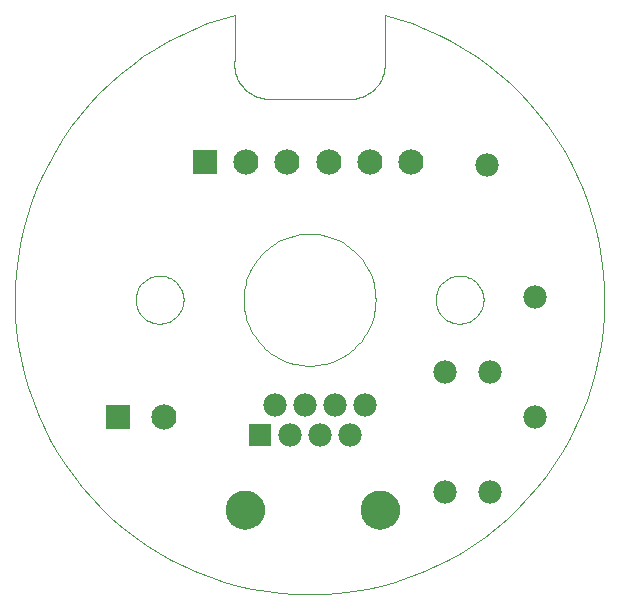
<source format=gbs>
G75*
G70*
%OFA0B0*%
%FSLAX24Y24*%
%IPPOS*%
%LPD*%
%AMOC8*
5,1,8,0,0,1.08239X$1,22.5*
%
%ADD10C,0.0010*%
%ADD11C,0.0000*%
%ADD12C,0.1300*%
%ADD13C,0.0780*%
%ADD14R,0.0780X0.0780*%
%ADD15R,0.0840X0.0840*%
%ADD16C,0.0840*%
D10*
X004134Y011402D02*
X004136Y011458D01*
X004142Y011515D01*
X004152Y011570D01*
X004166Y011625D01*
X004183Y011679D01*
X004205Y011731D01*
X004230Y011781D01*
X004258Y011830D01*
X004290Y011877D01*
X004325Y011921D01*
X004363Y011963D01*
X004404Y012002D01*
X004448Y012037D01*
X004494Y012070D01*
X004542Y012099D01*
X004592Y012125D01*
X004644Y012148D01*
X004698Y012166D01*
X004752Y012181D01*
X004807Y012192D01*
X004863Y012199D01*
X004920Y012202D01*
X004976Y012201D01*
X005033Y012196D01*
X005088Y012187D01*
X005143Y012174D01*
X005197Y012157D01*
X005250Y012137D01*
X005301Y012113D01*
X005350Y012085D01*
X005397Y012054D01*
X005442Y012020D01*
X005485Y011982D01*
X005524Y011942D01*
X005561Y011899D01*
X005594Y011854D01*
X005624Y011806D01*
X005651Y011756D01*
X005674Y011705D01*
X005694Y011652D01*
X005710Y011598D01*
X005722Y011542D01*
X005730Y011487D01*
X005734Y011430D01*
X005734Y011374D01*
X005730Y011317D01*
X005722Y011262D01*
X005710Y011206D01*
X005694Y011152D01*
X005674Y011099D01*
X005651Y011048D01*
X005624Y010998D01*
X005594Y010950D01*
X005561Y010905D01*
X005524Y010862D01*
X005485Y010822D01*
X005442Y010784D01*
X005397Y010750D01*
X005350Y010719D01*
X005301Y010691D01*
X005250Y010667D01*
X005197Y010647D01*
X005143Y010630D01*
X005088Y010617D01*
X005033Y010608D01*
X004976Y010603D01*
X004920Y010602D01*
X004863Y010605D01*
X004807Y010612D01*
X004752Y010623D01*
X004698Y010638D01*
X004644Y010656D01*
X004592Y010679D01*
X004542Y010705D01*
X004494Y010734D01*
X004448Y010767D01*
X004404Y010802D01*
X004363Y010841D01*
X004325Y010883D01*
X004290Y010927D01*
X004258Y010974D01*
X004230Y011023D01*
X004205Y011073D01*
X004183Y011125D01*
X004166Y011179D01*
X004152Y011234D01*
X004142Y011289D01*
X004136Y011346D01*
X004134Y011402D01*
X007734Y011402D02*
X007737Y011510D01*
X007745Y011618D01*
X007758Y011725D01*
X007776Y011831D01*
X007800Y011937D01*
X007829Y012041D01*
X007863Y012143D01*
X007901Y012244D01*
X007945Y012343D01*
X007994Y012439D01*
X008047Y012533D01*
X008105Y012624D01*
X008167Y012713D01*
X008233Y012798D01*
X008304Y012879D01*
X008378Y012958D01*
X008457Y013032D01*
X008538Y013103D01*
X008623Y013169D01*
X008712Y013231D01*
X008803Y013289D01*
X008897Y013342D01*
X008993Y013391D01*
X009092Y013435D01*
X009193Y013473D01*
X009295Y013507D01*
X009399Y013536D01*
X009505Y013560D01*
X009611Y013578D01*
X009718Y013591D01*
X009826Y013599D01*
X009934Y013602D01*
X010042Y013599D01*
X010150Y013591D01*
X010257Y013578D01*
X010363Y013560D01*
X010469Y013536D01*
X010573Y013507D01*
X010675Y013473D01*
X010776Y013435D01*
X010875Y013391D01*
X010971Y013342D01*
X011065Y013289D01*
X011156Y013231D01*
X011245Y013169D01*
X011330Y013103D01*
X011411Y013032D01*
X011490Y012958D01*
X011564Y012879D01*
X011635Y012798D01*
X011701Y012713D01*
X011763Y012624D01*
X011821Y012533D01*
X011874Y012439D01*
X011923Y012343D01*
X011967Y012244D01*
X012005Y012143D01*
X012039Y012041D01*
X012068Y011937D01*
X012092Y011831D01*
X012110Y011725D01*
X012123Y011618D01*
X012131Y011510D01*
X012134Y011402D01*
X012131Y011294D01*
X012123Y011186D01*
X012110Y011079D01*
X012092Y010973D01*
X012068Y010867D01*
X012039Y010763D01*
X012005Y010661D01*
X011967Y010560D01*
X011923Y010461D01*
X011874Y010365D01*
X011821Y010271D01*
X011763Y010180D01*
X011701Y010091D01*
X011635Y010006D01*
X011564Y009925D01*
X011490Y009846D01*
X011411Y009772D01*
X011330Y009701D01*
X011245Y009635D01*
X011156Y009573D01*
X011065Y009515D01*
X010971Y009462D01*
X010875Y009413D01*
X010776Y009369D01*
X010675Y009331D01*
X010573Y009297D01*
X010469Y009268D01*
X010363Y009244D01*
X010257Y009226D01*
X010150Y009213D01*
X010042Y009205D01*
X009934Y009202D01*
X009826Y009205D01*
X009718Y009213D01*
X009611Y009226D01*
X009505Y009244D01*
X009399Y009268D01*
X009295Y009297D01*
X009193Y009331D01*
X009092Y009369D01*
X008993Y009413D01*
X008897Y009462D01*
X008803Y009515D01*
X008712Y009573D01*
X008623Y009635D01*
X008538Y009701D01*
X008457Y009772D01*
X008378Y009846D01*
X008304Y009925D01*
X008233Y010006D01*
X008167Y010091D01*
X008105Y010180D01*
X008047Y010271D01*
X007994Y010365D01*
X007945Y010461D01*
X007901Y010560D01*
X007863Y010661D01*
X007829Y010763D01*
X007800Y010867D01*
X007776Y010973D01*
X007758Y011079D01*
X007745Y011186D01*
X007737Y011294D01*
X007734Y011402D01*
X007434Y020902D02*
X006973Y020768D01*
X006519Y020612D01*
X006073Y020434D01*
X005636Y020235D01*
X005210Y020014D01*
X004794Y019773D01*
X004391Y019512D01*
X004002Y019231D01*
X003626Y018932D01*
X003266Y018615D01*
X002921Y018280D01*
X002594Y017930D01*
X002283Y017563D01*
X001991Y017182D01*
X001718Y016787D01*
X001465Y016379D01*
X001232Y015959D01*
X001020Y015528D01*
X000829Y015088D01*
X000659Y014639D01*
X000512Y014181D01*
X000388Y013718D01*
X000286Y013248D01*
X000207Y012775D01*
X000152Y012298D01*
X000120Y011819D01*
X000111Y011339D01*
X000126Y010859D01*
X000164Y010380D01*
X000226Y009904D01*
X000311Y009431D01*
X000419Y008963D01*
X000549Y008501D01*
X000702Y008046D01*
X000877Y007599D01*
X001074Y007161D01*
X001291Y006733D01*
X001530Y006316D01*
X001789Y005912D01*
X002067Y005520D01*
X002363Y005143D01*
X002678Y004780D01*
X003011Y004434D01*
X003359Y004104D01*
X003724Y003791D01*
X004103Y003497D01*
X004496Y003221D01*
X004903Y002965D01*
X005321Y002730D01*
X005750Y002515D01*
X006190Y002321D01*
X006638Y002149D01*
X007094Y001999D01*
X007557Y001871D01*
X008025Y001766D01*
X008499Y001684D01*
X008975Y001626D01*
X009454Y001591D01*
X009934Y001579D01*
X010414Y001591D01*
X010893Y001626D01*
X011369Y001684D01*
X011843Y001766D01*
X012311Y001871D01*
X012774Y001999D01*
X013230Y002149D01*
X013678Y002321D01*
X014118Y002515D01*
X014547Y002730D01*
X014965Y002965D01*
X015372Y003221D01*
X015765Y003497D01*
X016144Y003791D01*
X016509Y004104D01*
X016857Y004434D01*
X017190Y004780D01*
X017505Y005143D01*
X017801Y005520D01*
X018079Y005912D01*
X018338Y006316D01*
X018577Y006733D01*
X018794Y007161D01*
X018991Y007599D01*
X019166Y008046D01*
X019319Y008501D01*
X019449Y008963D01*
X019557Y009431D01*
X019642Y009904D01*
X019704Y010380D01*
X019742Y010859D01*
X019757Y011339D01*
X019748Y011819D01*
X019716Y012298D01*
X019661Y012775D01*
X019582Y013248D01*
X019480Y013718D01*
X019356Y014181D01*
X019209Y014639D01*
X019039Y015088D01*
X018848Y015528D01*
X018636Y015959D01*
X018403Y016379D01*
X018150Y016787D01*
X017877Y017182D01*
X017585Y017563D01*
X017274Y017930D01*
X016947Y018280D01*
X016602Y018615D01*
X016242Y018932D01*
X015866Y019231D01*
X015477Y019512D01*
X015074Y019773D01*
X014658Y020014D01*
X014232Y020235D01*
X013795Y020434D01*
X013349Y020612D01*
X012895Y020768D01*
X012434Y020902D01*
X012434Y019402D01*
X012441Y019337D01*
X012444Y019272D01*
X012443Y019207D01*
X012439Y019142D01*
X012431Y019078D01*
X012419Y019014D01*
X012404Y018950D01*
X012385Y018888D01*
X012363Y018827D01*
X012338Y018767D01*
X012309Y018709D01*
X012277Y018652D01*
X012242Y018597D01*
X012203Y018545D01*
X012162Y018494D01*
X012118Y018446D01*
X012072Y018401D01*
X012023Y018358D01*
X011972Y018318D01*
X011918Y018281D01*
X011863Y018247D01*
X011806Y018216D01*
X011747Y018188D01*
X011686Y018164D01*
X011625Y018143D01*
X011562Y018126D01*
X011498Y018112D01*
X011434Y018102D01*
X008434Y018102D01*
X008370Y018112D01*
X008306Y018126D01*
X008243Y018143D01*
X008182Y018164D01*
X008121Y018188D01*
X008062Y018216D01*
X008005Y018247D01*
X007950Y018281D01*
X007896Y018318D01*
X007845Y018358D01*
X007796Y018401D01*
X007750Y018446D01*
X007706Y018494D01*
X007665Y018545D01*
X007626Y018597D01*
X007591Y018652D01*
X007559Y018709D01*
X007530Y018767D01*
X007505Y018827D01*
X007483Y018888D01*
X007464Y018950D01*
X007449Y019014D01*
X007437Y019078D01*
X007429Y019142D01*
X007425Y019207D01*
X007424Y019272D01*
X007427Y019337D01*
X007434Y019402D01*
X007434Y020902D01*
X014134Y011402D02*
X014136Y011458D01*
X014142Y011515D01*
X014152Y011570D01*
X014166Y011625D01*
X014183Y011679D01*
X014205Y011731D01*
X014230Y011781D01*
X014258Y011830D01*
X014290Y011877D01*
X014325Y011921D01*
X014363Y011963D01*
X014404Y012002D01*
X014448Y012037D01*
X014494Y012070D01*
X014542Y012099D01*
X014592Y012125D01*
X014644Y012148D01*
X014698Y012166D01*
X014752Y012181D01*
X014807Y012192D01*
X014863Y012199D01*
X014920Y012202D01*
X014976Y012201D01*
X015033Y012196D01*
X015088Y012187D01*
X015143Y012174D01*
X015197Y012157D01*
X015250Y012137D01*
X015301Y012113D01*
X015350Y012085D01*
X015397Y012054D01*
X015442Y012020D01*
X015485Y011982D01*
X015524Y011942D01*
X015561Y011899D01*
X015594Y011854D01*
X015624Y011806D01*
X015651Y011756D01*
X015674Y011705D01*
X015694Y011652D01*
X015710Y011598D01*
X015722Y011542D01*
X015730Y011487D01*
X015734Y011430D01*
X015734Y011374D01*
X015730Y011317D01*
X015722Y011262D01*
X015710Y011206D01*
X015694Y011152D01*
X015674Y011099D01*
X015651Y011048D01*
X015624Y010998D01*
X015594Y010950D01*
X015561Y010905D01*
X015524Y010862D01*
X015485Y010822D01*
X015442Y010784D01*
X015397Y010750D01*
X015350Y010719D01*
X015301Y010691D01*
X015250Y010667D01*
X015197Y010647D01*
X015143Y010630D01*
X015088Y010617D01*
X015033Y010608D01*
X014976Y010603D01*
X014920Y010602D01*
X014863Y010605D01*
X014807Y010612D01*
X014752Y010623D01*
X014698Y010638D01*
X014644Y010656D01*
X014592Y010679D01*
X014542Y010705D01*
X014494Y010734D01*
X014448Y010767D01*
X014404Y010802D01*
X014363Y010841D01*
X014325Y010883D01*
X014290Y010927D01*
X014258Y010974D01*
X014230Y011023D01*
X014205Y011073D01*
X014183Y011125D01*
X014166Y011179D01*
X014152Y011234D01*
X014142Y011289D01*
X014136Y011346D01*
X014134Y011402D01*
D11*
X011654Y004402D02*
X011656Y004452D01*
X011662Y004502D01*
X011672Y004551D01*
X011686Y004599D01*
X011703Y004646D01*
X011724Y004691D01*
X011749Y004735D01*
X011777Y004776D01*
X011809Y004815D01*
X011843Y004852D01*
X011880Y004886D01*
X011920Y004916D01*
X011962Y004943D01*
X012006Y004967D01*
X012052Y004988D01*
X012099Y005004D01*
X012147Y005017D01*
X012197Y005026D01*
X012246Y005031D01*
X012297Y005032D01*
X012347Y005029D01*
X012396Y005022D01*
X012445Y005011D01*
X012493Y004996D01*
X012539Y004978D01*
X012584Y004956D01*
X012627Y004930D01*
X012668Y004901D01*
X012707Y004869D01*
X012743Y004834D01*
X012775Y004796D01*
X012805Y004756D01*
X012832Y004713D01*
X012855Y004669D01*
X012874Y004623D01*
X012890Y004575D01*
X012902Y004526D01*
X012910Y004477D01*
X012914Y004427D01*
X012914Y004377D01*
X012910Y004327D01*
X012902Y004278D01*
X012890Y004229D01*
X012874Y004181D01*
X012855Y004135D01*
X012832Y004091D01*
X012805Y004048D01*
X012775Y004008D01*
X012743Y003970D01*
X012707Y003935D01*
X012668Y003903D01*
X012627Y003874D01*
X012584Y003848D01*
X012539Y003826D01*
X012493Y003808D01*
X012445Y003793D01*
X012396Y003782D01*
X012347Y003775D01*
X012297Y003772D01*
X012246Y003773D01*
X012197Y003778D01*
X012147Y003787D01*
X012099Y003800D01*
X012052Y003816D01*
X012006Y003837D01*
X011962Y003861D01*
X011920Y003888D01*
X011880Y003918D01*
X011843Y003952D01*
X011809Y003989D01*
X011777Y004028D01*
X011749Y004069D01*
X011724Y004113D01*
X011703Y004158D01*
X011686Y004205D01*
X011672Y004253D01*
X011662Y004302D01*
X011656Y004352D01*
X011654Y004402D01*
X007154Y004402D02*
X007156Y004452D01*
X007162Y004502D01*
X007172Y004551D01*
X007186Y004599D01*
X007203Y004646D01*
X007224Y004691D01*
X007249Y004735D01*
X007277Y004776D01*
X007309Y004815D01*
X007343Y004852D01*
X007380Y004886D01*
X007420Y004916D01*
X007462Y004943D01*
X007506Y004967D01*
X007552Y004988D01*
X007599Y005004D01*
X007647Y005017D01*
X007697Y005026D01*
X007746Y005031D01*
X007797Y005032D01*
X007847Y005029D01*
X007896Y005022D01*
X007945Y005011D01*
X007993Y004996D01*
X008039Y004978D01*
X008084Y004956D01*
X008127Y004930D01*
X008168Y004901D01*
X008207Y004869D01*
X008243Y004834D01*
X008275Y004796D01*
X008305Y004756D01*
X008332Y004713D01*
X008355Y004669D01*
X008374Y004623D01*
X008390Y004575D01*
X008402Y004526D01*
X008410Y004477D01*
X008414Y004427D01*
X008414Y004377D01*
X008410Y004327D01*
X008402Y004278D01*
X008390Y004229D01*
X008374Y004181D01*
X008355Y004135D01*
X008332Y004091D01*
X008305Y004048D01*
X008275Y004008D01*
X008243Y003970D01*
X008207Y003935D01*
X008168Y003903D01*
X008127Y003874D01*
X008084Y003848D01*
X008039Y003826D01*
X007993Y003808D01*
X007945Y003793D01*
X007896Y003782D01*
X007847Y003775D01*
X007797Y003772D01*
X007746Y003773D01*
X007697Y003778D01*
X007647Y003787D01*
X007599Y003800D01*
X007552Y003816D01*
X007506Y003837D01*
X007462Y003861D01*
X007420Y003888D01*
X007380Y003918D01*
X007343Y003952D01*
X007309Y003989D01*
X007277Y004028D01*
X007249Y004069D01*
X007224Y004113D01*
X007203Y004158D01*
X007186Y004205D01*
X007172Y004253D01*
X007162Y004302D01*
X007156Y004352D01*
X007154Y004402D01*
D12*
X007784Y004402D03*
X012284Y004402D03*
D13*
X014434Y005002D03*
X015934Y005002D03*
X017434Y007502D03*
X015934Y009002D03*
X014434Y009002D03*
X011784Y007902D03*
X010784Y007902D03*
X009784Y007902D03*
X008784Y007902D03*
X009284Y006902D03*
X010284Y006902D03*
X011284Y006902D03*
X017434Y011502D03*
X015834Y015902D03*
D14*
X008284Y006902D03*
D15*
X003564Y007502D03*
X006434Y016002D03*
D16*
X007812Y016002D03*
X009190Y016002D03*
X010568Y016002D03*
X011946Y016002D03*
X013324Y016002D03*
X005082Y007502D03*
M02*

</source>
